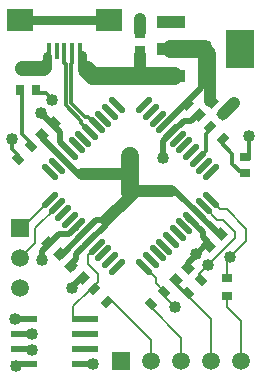
<source format=gtl>
G04 Layer_Physical_Order=1*
G04 Layer_Color=255*
%FSLAX25Y25*%
%MOIN*%
G70*
G01*
G75*
%ADD10R,0.09449X0.03937*%
%ADD11R,0.09449X0.12992*%
%ADD12R,0.08661X0.02362*%
G04:AMPARAMS|DCode=13|XSize=21.65mil|YSize=68.9mil|CornerRadius=0mil|HoleSize=0mil|Usage=FLASHONLY|Rotation=135.000|XOffset=0mil|YOffset=0mil|HoleType=Round|Shape=Round|*
%AMOVALD13*
21,1,0.04724,0.02165,0.00000,0.00000,225.0*
1,1,0.02165,0.01670,0.01670*
1,1,0.02165,-0.01670,-0.01670*
%
%ADD13OVALD13*%

G04:AMPARAMS|DCode=14|XSize=21.65mil|YSize=68.9mil|CornerRadius=0mil|HoleSize=0mil|Usage=FLASHONLY|Rotation=225.000|XOffset=0mil|YOffset=0mil|HoleType=Round|Shape=Round|*
%AMOVALD14*
21,1,0.04724,0.02165,0.00000,0.00000,315.0*
1,1,0.02165,-0.01670,0.01670*
1,1,0.02165,0.01670,-0.01670*
%
%ADD14OVALD14*%

G04:AMPARAMS|DCode=15|XSize=35.43mil|YSize=27.56mil|CornerRadius=0mil|HoleSize=0mil|Usage=FLASHONLY|Rotation=315.000|XOffset=0mil|YOffset=0mil|HoleType=Round|Shape=Rectangle|*
%AMROTATEDRECTD15*
4,1,4,-0.02227,0.00278,-0.00278,0.02227,0.02227,-0.00278,0.00278,-0.02227,-0.02227,0.00278,0.0*
%
%ADD15ROTATEDRECTD15*%

G04:AMPARAMS|DCode=16|XSize=35.43mil|YSize=27.56mil|CornerRadius=0mil|HoleSize=0mil|Usage=FLASHONLY|Rotation=45.000|XOffset=0mil|YOffset=0mil|HoleType=Round|Shape=Rectangle|*
%AMROTATEDRECTD16*
4,1,4,-0.00278,-0.02227,-0.02227,-0.00278,0.00278,0.02227,0.02227,0.00278,-0.00278,-0.02227,0.0*
%
%ADD16ROTATEDRECTD16*%

%ADD17R,0.03543X0.02756*%
%ADD18R,0.09055X0.07480*%
%ADD19R,0.01575X0.05512*%
%ADD20R,0.03150X0.03543*%
%ADD21R,0.03543X0.03150*%
G04:AMPARAMS|DCode=22|XSize=35.43mil|YSize=31.5mil|CornerRadius=0mil|HoleSize=0mil|Usage=FLASHONLY|Rotation=225.000|XOffset=0mil|YOffset=0mil|HoleType=Round|Shape=Rectangle|*
%AMROTATEDRECTD22*
4,1,4,0.00139,0.02366,0.02366,0.00139,-0.00139,-0.02366,-0.02366,-0.00139,0.00139,0.02366,0.0*
%
%ADD22ROTATEDRECTD22*%

G04:AMPARAMS|DCode=23|XSize=35.43mil|YSize=31.5mil|CornerRadius=0mil|HoleSize=0mil|Usage=FLASHONLY|Rotation=315.000|XOffset=0mil|YOffset=0mil|HoleType=Round|Shape=Rectangle|*
%AMROTATEDRECTD23*
4,1,4,-0.02366,0.00139,-0.00139,0.02366,0.02366,-0.00139,0.00139,-0.02366,-0.02366,0.00139,0.0*
%
%ADD23ROTATEDRECTD23*%

%ADD24C,0.00800*%
%ADD25C,0.01200*%
%ADD26C,0.02000*%
%ADD27C,0.04000*%
%ADD28C,0.06000*%
%ADD29C,0.05000*%
%ADD30C,0.03000*%
%ADD31R,0.05906X0.05906*%
%ADD32C,0.05906*%
%ADD33R,0.05906X0.05906*%
%ADD34C,0.04000*%
D10*
X353576Y678234D02*
D03*
Y669179D02*
D03*
Y660124D02*
D03*
D11*
X376411Y669179D02*
D03*
D12*
X324830Y564179D02*
D03*
Y569179D02*
D03*
Y574179D02*
D03*
Y579179D02*
D03*
X304358Y564179D02*
D03*
Y569179D02*
D03*
Y574179D02*
D03*
Y579179D02*
D03*
D13*
X335307Y596691D02*
D03*
X333080Y598918D02*
D03*
X330853Y601145D02*
D03*
X328626Y603372D02*
D03*
X326399Y605599D02*
D03*
X324172Y607826D02*
D03*
X321945Y610053D02*
D03*
X319718Y612280D02*
D03*
X317491Y614507D02*
D03*
X315263Y616735D02*
D03*
X313036Y618962D02*
D03*
X344494Y650420D02*
D03*
X346721Y648193D02*
D03*
X348948Y645965D02*
D03*
X351175Y643738D02*
D03*
X353403Y641511D02*
D03*
X355630Y639284D02*
D03*
X357857Y637057D02*
D03*
X360084Y634830D02*
D03*
X362311Y632603D02*
D03*
X364538Y630376D02*
D03*
X366765Y628149D02*
D03*
D14*
X313036D02*
D03*
X315263Y630376D02*
D03*
X317491Y632603D02*
D03*
X319718Y634830D02*
D03*
X321945Y637057D02*
D03*
X324172Y639284D02*
D03*
X326399Y641511D02*
D03*
X328626Y643738D02*
D03*
X330853Y645965D02*
D03*
X333080Y648193D02*
D03*
X335307Y650420D02*
D03*
X366765Y618962D02*
D03*
X364538Y616735D02*
D03*
X362311Y614507D02*
D03*
X360084Y612280D02*
D03*
X357857Y610053D02*
D03*
X355630Y607826D02*
D03*
X353403Y605599D02*
D03*
X351175Y603372D02*
D03*
X348948Y601145D02*
D03*
X346721Y598918D02*
D03*
X344494Y596691D02*
D03*
D15*
X306682Y636867D02*
D03*
X302506Y632691D02*
D03*
X363282Y592167D02*
D03*
X359106Y587991D02*
D03*
X351082Y588367D02*
D03*
X346906Y584191D02*
D03*
D16*
X366506Y643367D02*
D03*
X370682Y639191D02*
D03*
X327906Y589167D02*
D03*
X332082Y584991D02*
D03*
D17*
X372194Y592932D02*
D03*
Y587026D02*
D03*
D18*
X332658Y678868D02*
D03*
X303130D02*
D03*
D19*
X312776Y668435D02*
D03*
X315335D02*
D03*
X317894D02*
D03*
X320453D02*
D03*
X323012D02*
D03*
D20*
X308450Y655479D02*
D03*
X302938D02*
D03*
D21*
X378194Y627723D02*
D03*
Y633235D02*
D03*
X342994Y674335D02*
D03*
Y668823D02*
D03*
D22*
X324142Y592930D02*
D03*
X320245Y596828D02*
D03*
X362742Y647130D02*
D03*
X358845Y651027D02*
D03*
X312445Y604628D02*
D03*
X316342Y600730D02*
D03*
X370842Y647530D02*
D03*
X366945Y651428D02*
D03*
D23*
X314342Y644527D02*
D03*
X310445Y640630D02*
D03*
X366245Y603530D02*
D03*
X370142Y607428D02*
D03*
X358942Y596228D02*
D03*
X355045Y592330D02*
D03*
D24*
X372094Y583179D02*
Y587026D01*
Y583179D02*
X376594Y578679D01*
Y565979D02*
Y578679D01*
X358394Y587579D02*
X366894Y579079D01*
Y565079D02*
Y579079D01*
X378494Y605179D02*
Y609379D01*
X371994Y615879D02*
X378494Y609379D01*
X369848Y615879D02*
X371994D01*
X366765Y618962D02*
X369848Y615879D01*
X373194Y599879D02*
X378494Y605179D01*
X372094Y598779D02*
X373194Y599879D01*
X348294Y591155D02*
X351082Y588367D01*
X348294Y591155D02*
Y592891D01*
X356894Y565079D02*
Y572979D01*
X345994Y583879D02*
X356894Y572979D01*
X368894Y612379D02*
X370594D01*
X364538Y616735D02*
X368894Y612379D01*
X308194Y604679D02*
Y609579D01*
X302994Y599479D02*
X308194Y604679D01*
Y609579D02*
X315263Y616648D01*
X305394Y611279D02*
X313036Y618921D01*
X325794Y597479D02*
X329094Y594179D01*
Y591679D02*
Y594179D01*
X327906Y590491D02*
X329094Y591679D01*
X327906Y589167D02*
Y590491D01*
X325794Y597479D02*
Y600479D01*
X327894Y602579D01*
X320894Y578979D02*
Y583579D01*
X326294Y588979D01*
X346463Y594722D02*
X348294Y592891D01*
X362694Y594079D02*
X363844Y592929D01*
X374894Y606279D02*
Y608079D01*
X370594Y612379D02*
X374894Y608079D01*
X362694Y594079D02*
X374894Y606279D01*
X372094Y592879D02*
Y598779D01*
X351494Y586679D02*
X354794Y583379D01*
X346894Y565079D02*
Y572079D01*
X332794Y586179D02*
X346894Y572079D01*
D25*
X317894Y664679D02*
X318294Y664279D01*
Y650479D02*
Y664279D01*
X320094Y664179D02*
X320453Y664538D01*
X320094Y651224D02*
Y664179D01*
Y651224D02*
X324639Y646679D01*
X363494Y633579D02*
X365194Y635279D01*
Y640979D01*
X366994Y642779D01*
X313894Y652179D02*
Y652479D01*
X311694Y654679D02*
X313894Y652479D01*
X309494Y654679D02*
X311694D01*
X300494Y635779D02*
X302394Y633879D01*
X300494Y635779D02*
Y639179D01*
X379494Y632479D02*
Y640079D01*
X320453Y664538D02*
Y668435D01*
X317894Y664679D02*
Y668435D01*
X318294Y650479D02*
X323513Y645260D01*
X325686Y646679D02*
X328626Y643738D01*
X324639Y646679D02*
X325686D01*
X323513Y644398D02*
X326399Y641511D01*
X323513Y644398D02*
Y645260D01*
X303794Y640879D02*
X307394Y637279D01*
X303794Y640879D02*
Y655479D01*
X354994Y590879D02*
X355094D01*
X358394Y587579D01*
X377050Y627723D02*
X378194D01*
X369594Y638479D02*
X373894Y634179D01*
Y630879D02*
X377050Y627723D01*
X373894Y630879D02*
Y634179D01*
D26*
X350894Y633279D02*
Y638679D01*
X357594Y645379D01*
X353894Y622879D02*
X369345Y607428D01*
X358794Y613379D02*
X364094Y608079D01*
Y606479D02*
Y608079D01*
X310494Y598879D02*
Y601979D01*
X321900Y600892D02*
X331849Y610597D01*
X321881Y599366D02*
X321900Y600892D01*
X320694Y598179D02*
X321881Y599366D01*
X320694Y596379D02*
Y598179D01*
X310494Y601979D02*
X315994Y607479D01*
X319394D01*
X321945Y610030D01*
X320294Y589479D02*
Y589879D01*
X323345Y592930D01*
X328333Y612066D02*
X331881Y612091D01*
X316255Y599818D02*
X328333Y612066D01*
X363494Y656379D02*
Y658979D01*
X349594Y642479D02*
X363494Y656379D01*
X360194Y645379D02*
X361994Y647179D01*
X357594Y645379D02*
X360194D01*
X310194Y647779D02*
X316494Y641479D01*
Y638079D02*
Y641479D01*
Y638079D02*
X319718Y634855D01*
X309994Y647779D02*
X310194D01*
X310445Y639528D02*
X323294Y626679D01*
X358942Y596228D02*
Y597827D01*
X365844Y604729D01*
X364094Y606479D02*
X365844Y604729D01*
D27*
X339894Y621879D02*
X353494D01*
X331881Y612091D02*
X331894Y612079D01*
X339694Y619879D01*
Y621179D01*
X323794Y627579D02*
X338794D01*
X342994Y661679D02*
Y667379D01*
X370842Y647627D02*
X374444Y651229D01*
X366494Y651879D02*
Y660979D01*
X342994Y674779D02*
Y679279D01*
D28*
X339894Y621379D02*
Y633679D01*
X363794Y669279D02*
X365494Y667579D01*
Y659579D02*
Y667579D01*
X325294Y662379D02*
X327494Y660179D01*
X354294D01*
X353576Y669279D02*
X363794D01*
D29*
X310694Y662779D02*
X310994Y663079D01*
X303794Y662779D02*
X310694D01*
D30*
X310994Y663079D02*
X312094Y664179D01*
Y666979D01*
X323594Y662279D02*
Y667279D01*
X300894Y678979D02*
X334994D01*
X300894D02*
X303019D01*
X303130Y678868D01*
D31*
X302994Y609479D02*
D03*
D32*
Y599479D02*
D03*
Y589479D02*
D03*
X376894Y565079D02*
D03*
X366894D02*
D03*
X356894D02*
D03*
X346894D02*
D03*
D33*
X336894D02*
D03*
D34*
X313894Y652179D02*
D03*
X339694Y627779D02*
D03*
X339894Y621879D02*
D03*
Y633679D02*
D03*
X350894Y632879D02*
D03*
X300494Y639179D02*
D03*
X310494Y598879D02*
D03*
X320294Y589479D02*
D03*
X374394Y651279D02*
D03*
X364994Y660179D02*
D03*
X309994Y647779D02*
D03*
X309094Y662779D02*
D03*
X303794D02*
D03*
X364994Y665179D02*
D03*
Y670179D02*
D03*
X355494Y678179D02*
D03*
X350894D02*
D03*
X342994Y679279D02*
D03*
X334994Y678979D02*
D03*
X300894D02*
D03*
X301294Y579279D02*
D03*
X301594Y563579D02*
D03*
X379494Y640079D02*
D03*
X361594Y600879D02*
D03*
X373194Y599879D02*
D03*
X365794Y597279D02*
D03*
X354594Y583179D02*
D03*
X307194Y574079D02*
D03*
X307094Y568879D02*
D03*
X327494Y564179D02*
D03*
M02*

</source>
